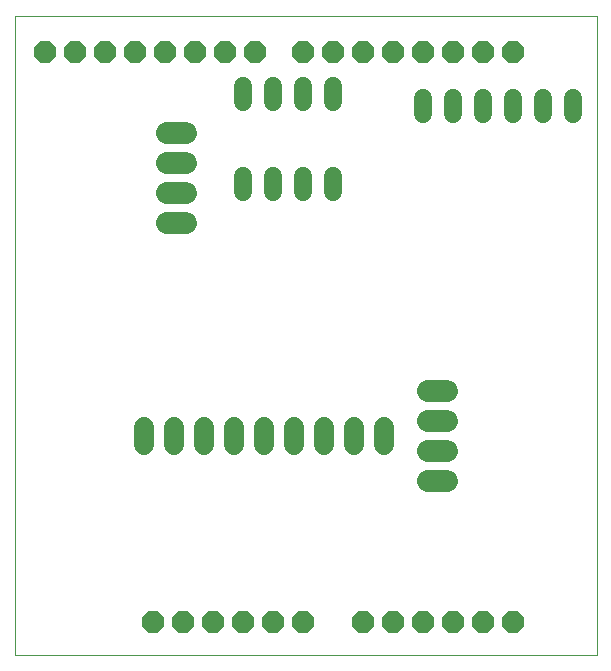
<source format=gts>
G75*
G70*
%OFA0B0*%
%FSLAX24Y24*%
%IPPOS*%
%LPD*%
%AMOC8*
5,1,8,0,0,1.08239X$1,22.5*
%
%ADD10C,0.0000*%
%ADD11OC8,0.0740*%
%ADD12C,0.0595*%
%ADD13C,0.0725*%
%ADD14C,0.0600*%
%ADD15C,0.0680*%
D10*
X011101Y003065D02*
X011101Y024365D01*
X030501Y024365D01*
X030501Y003065D01*
X011101Y003065D01*
D11*
X015701Y004165D03*
X016701Y004165D03*
X017701Y004165D03*
X018701Y004165D03*
X019701Y004165D03*
X020701Y004165D03*
X022701Y004165D03*
X023701Y004165D03*
X024701Y004165D03*
X025701Y004165D03*
X026701Y004165D03*
X027701Y004165D03*
X027701Y023165D03*
X026701Y023165D03*
X025701Y023165D03*
X024701Y023165D03*
X023701Y023165D03*
X022701Y023165D03*
X021701Y023165D03*
X020701Y023165D03*
X019101Y023165D03*
X018101Y023165D03*
X017101Y023165D03*
X016101Y023165D03*
X015101Y023165D03*
X014101Y023165D03*
X013101Y023165D03*
X012101Y023165D03*
D12*
X024701Y021622D02*
X024701Y021107D01*
X025701Y021107D02*
X025701Y021622D01*
X026701Y021622D02*
X026701Y021107D01*
X027701Y021107D02*
X027701Y021622D01*
X028701Y021622D02*
X028701Y021107D01*
X029701Y021107D02*
X029701Y021622D01*
D13*
X025524Y011865D02*
X024879Y011865D01*
X024879Y010865D02*
X025524Y010865D01*
X025524Y009865D02*
X024879Y009865D01*
X024879Y008865D02*
X025524Y008865D01*
X016824Y017465D02*
X016179Y017465D01*
X016179Y018465D02*
X016824Y018465D01*
X016824Y019465D02*
X016179Y019465D01*
X016179Y020465D02*
X016824Y020465D01*
D14*
X018701Y021505D02*
X018701Y022025D01*
X019701Y022025D02*
X019701Y021505D01*
X020701Y021505D02*
X020701Y022025D01*
X021701Y022025D02*
X021701Y021505D01*
X021701Y019025D02*
X021701Y018505D01*
X020701Y018505D02*
X020701Y019025D01*
X019701Y019025D02*
X019701Y018505D01*
X018701Y018505D02*
X018701Y019025D01*
D15*
X018401Y010665D02*
X018401Y010065D01*
X017401Y010065D02*
X017401Y010665D01*
X016401Y010665D02*
X016401Y010065D01*
X015401Y010065D02*
X015401Y010665D01*
X019401Y010665D02*
X019401Y010065D01*
X020401Y010065D02*
X020401Y010665D01*
X021401Y010665D02*
X021401Y010065D01*
X022401Y010065D02*
X022401Y010665D01*
X023401Y010665D02*
X023401Y010065D01*
M02*

</source>
